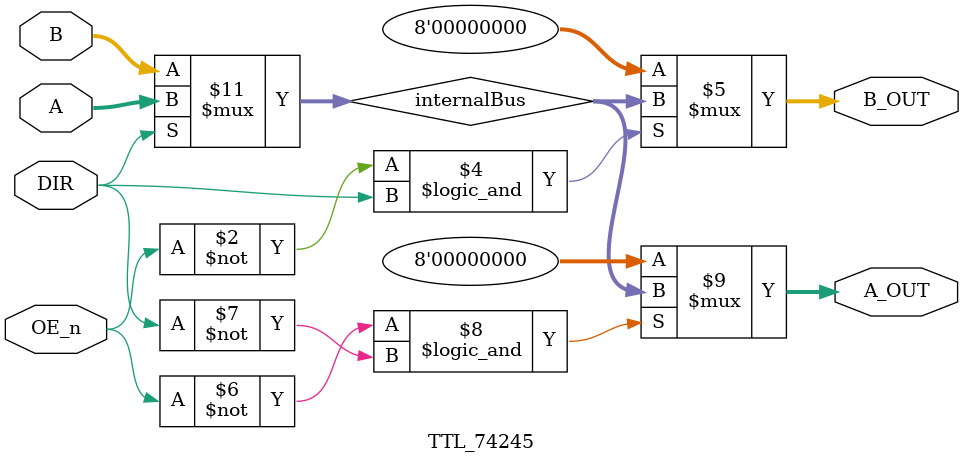
<source format=v>

/******************************************************************************
 **                                                                          **
 ** Component : TTL_74245                                                    **
 **                                                                          **
 ** Ronny Hansen 14.01.2024
 *****************************************************************************/

module TTL_74245( 
    input  [7:0] A,        // A-side 8-bit port
    output [7:0] A_OUT,    // A-side 8-bit port

    input  [7:0] B,        // B-side 8-bit bidirectional port/bus
    output [7:0] B_OUT,    // B-side 8-bit bidirectional port/bus

    input DIR,           // Direction control
    input OE_n           // Output enable
);

reg [7:0] internalBus;

// Control the direction of data flow
always @(*) begin
    if (DIR) begin
        internalBus = A; // Data flows from A to B
    end else begin
        internalBus = B; // Data flows from B to A
    end
end

// Assign the bidirectional bus with respect to OE
assign B_OUT = (OE_n == 0 && DIR == 1) ? internalBus : 8'b0;

// Output to A when receiving from B with respect to OE (OE_n==1 means "isolated". Don't write to A or B)
assign A_OUT = (OE_n == 0 && DIR == 0) ? internalBus : 8'b0;

endmodule



</source>
